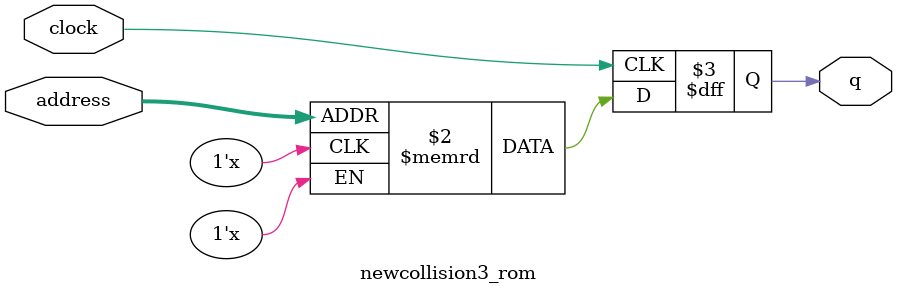
<source format=sv>
module newcollision3_rom (
	input logic clock,
	input logic [18:0] address,
	output logic [0:0] q
);

logic [0:0] memory [0:307199] /* synthesis ram_init_file = "./newcollision3/newcollision3.COE" */;

always_ff @ (posedge clock) begin
	q <= memory[address];
end

endmodule

</source>
